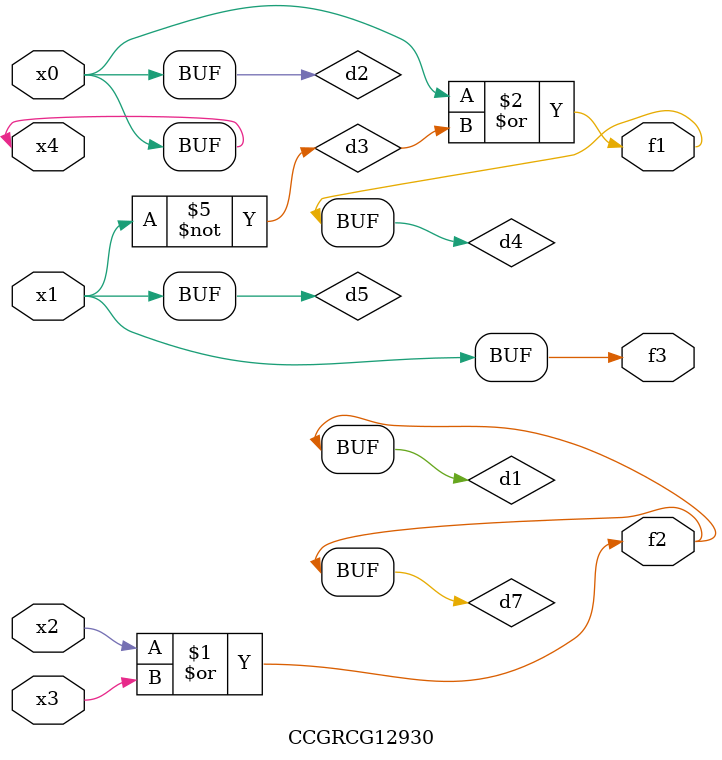
<source format=v>
module CCGRCG12930(
	input x0, x1, x2, x3, x4,
	output f1, f2, f3
);

	wire d1, d2, d3, d4, d5, d6, d7;

	or (d1, x2, x3);
	buf (d2, x0, x4);
	not (d3, x1);
	or (d4, d2, d3);
	not (d5, d3);
	nand (d6, d1, d3);
	or (d7, d1);
	assign f1 = d4;
	assign f2 = d7;
	assign f3 = d5;
endmodule

</source>
